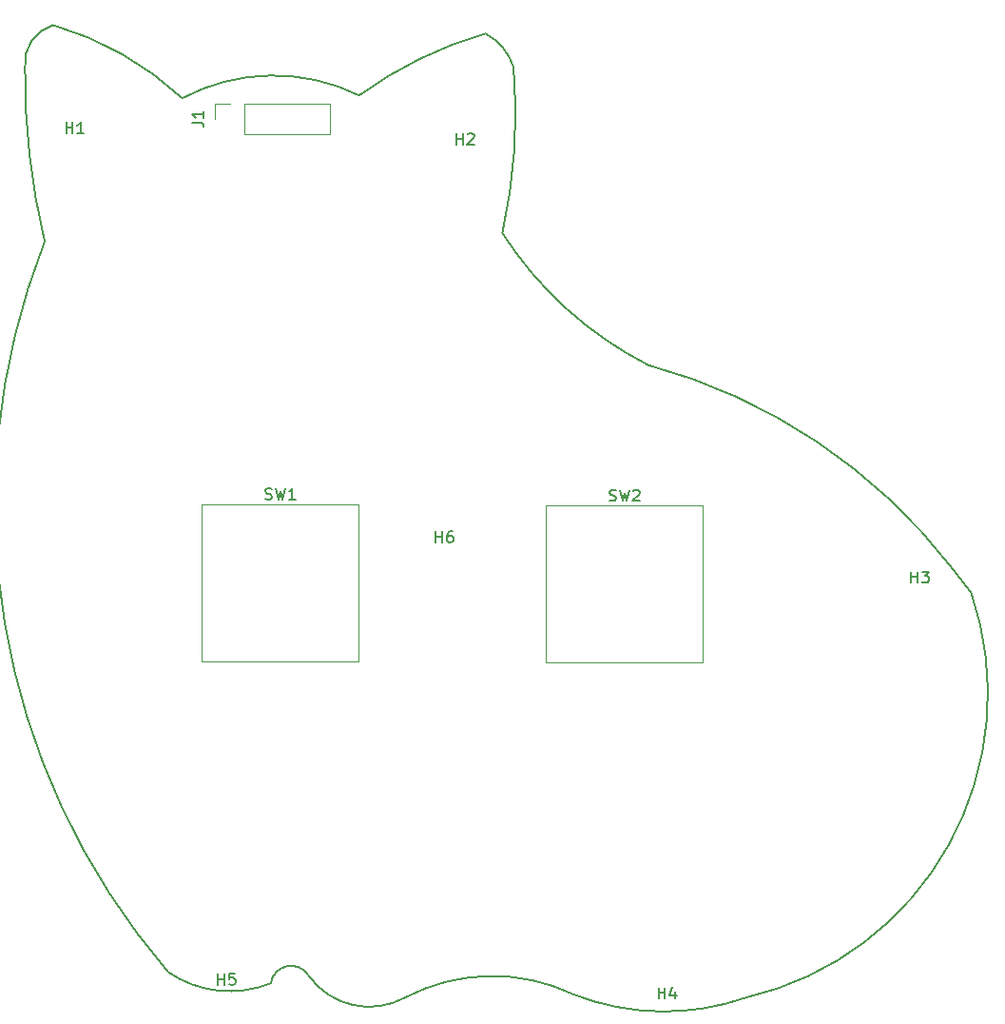
<source format=gbr>
%TF.GenerationSoftware,KiCad,Pcbnew,(6.0.9)*%
%TF.CreationDate,2022-12-26T12:39:24-05:00*%
%TF.ProjectId,Kitty_PCB,4b697474-795f-4504-9342-2e6b69636164,rev?*%
%TF.SameCoordinates,Original*%
%TF.FileFunction,Legend,Top*%
%TF.FilePolarity,Positive*%
%FSLAX46Y46*%
G04 Gerber Fmt 4.6, Leading zero omitted, Abs format (unit mm)*
G04 Created by KiCad (PCBNEW (6.0.9)) date 2022-12-26 12:39:24*
%MOMM*%
%LPD*%
G01*
G04 APERTURE LIST*
%ADD10C,0.200000*%
%ADD11C,0.150000*%
%ADD12C,0.120000*%
G04 APERTURE END LIST*
D10*
X109580020Y-51330069D02*
G75*
G03*
X107080000Y-55080000I975880J-3358931D01*
G01*
X191330000Y-101830000D02*
G75*
G03*
X189580000Y-99580000I-28987400J-20740200D01*
G01*
X171330000Y-137830002D02*
G75*
G03*
X191330000Y-101830000I-6257350J27031862D01*
G01*
X136830000Y-57580000D02*
G75*
G03*
X121080000Y-57830000I-7629960J-15562560D01*
G01*
X189580000Y-99580000D02*
G75*
G03*
X162580000Y-81580000I-40253000J-31129500D01*
G01*
X148080002Y-52080007D02*
G75*
G03*
X136830000Y-57580000I10081898J-34877793D01*
G01*
X132329997Y-135892916D02*
G75*
G03*
X140949205Y-137830000I5393203J3853016D01*
G01*
X121079997Y-57830004D02*
G75*
G03*
X109580000Y-51330000I-19441497J-20973396D01*
G01*
X155949212Y-137579985D02*
G75*
G03*
X140949205Y-137830000I-7251012J-15063615D01*
G01*
X107079993Y-55080000D02*
G75*
G03*
X108830000Y-70580000I63380507J-692900D01*
G01*
X119830010Y-135579985D02*
G75*
G03*
X128949205Y-136580000I5494890J8028985D01*
G01*
X150579981Y-55080006D02*
G75*
G03*
X148080000Y-52080000I-4853981J-1503294D01*
G01*
X149579986Y-69830009D02*
G75*
G03*
X162580000Y-81580000I28238014J18175609D01*
G01*
X149579999Y-69830000D02*
G75*
G03*
X150580000Y-55080000I-47564299J10633600D01*
G01*
X132329970Y-135892932D02*
G75*
G03*
X128949205Y-136580000I-1562870J-970968D01*
G01*
X108829995Y-70579998D02*
G75*
G03*
X119830000Y-135580000I59374635J-23382752D01*
G01*
X155949214Y-137579976D02*
G75*
G03*
X171330000Y-137830000I8028286J20661276D01*
G01*
D11*
%TO.C,H2*%
X145488095Y-61952380D02*
X145488095Y-60952380D01*
X145488095Y-61428571D02*
X146059523Y-61428571D01*
X146059523Y-61952380D02*
X146059523Y-60952380D01*
X146488095Y-61047619D02*
X146535714Y-61000000D01*
X146630952Y-60952380D01*
X146869047Y-60952380D01*
X146964285Y-61000000D01*
X147011904Y-61047619D01*
X147059523Y-61142857D01*
X147059523Y-61238095D01*
X147011904Y-61380952D01*
X146440476Y-61952380D01*
X147059523Y-61952380D01*
%TO.C,SW2*%
X159126666Y-93610761D02*
X159269523Y-93658380D01*
X159507619Y-93658380D01*
X159602857Y-93610761D01*
X159650476Y-93563142D01*
X159698095Y-93467904D01*
X159698095Y-93372666D01*
X159650476Y-93277428D01*
X159602857Y-93229809D01*
X159507619Y-93182190D01*
X159317142Y-93134571D01*
X159221904Y-93086952D01*
X159174285Y-93039333D01*
X159126666Y-92944095D01*
X159126666Y-92848857D01*
X159174285Y-92753619D01*
X159221904Y-92706000D01*
X159317142Y-92658380D01*
X159555238Y-92658380D01*
X159698095Y-92706000D01*
X160031428Y-92658380D02*
X160269523Y-93658380D01*
X160460000Y-92944095D01*
X160650476Y-93658380D01*
X160888571Y-92658380D01*
X161221904Y-92753619D02*
X161269523Y-92706000D01*
X161364761Y-92658380D01*
X161602857Y-92658380D01*
X161698095Y-92706000D01*
X161745714Y-92753619D01*
X161793333Y-92848857D01*
X161793333Y-92944095D01*
X161745714Y-93086952D01*
X161174285Y-93658380D01*
X161793333Y-93658380D01*
%TO.C,H1*%
X110738095Y-60952380D02*
X110738095Y-59952380D01*
X110738095Y-60428571D02*
X111309523Y-60428571D01*
X111309523Y-60952380D02*
X111309523Y-59952380D01*
X112309523Y-60952380D02*
X111738095Y-60952380D01*
X112023809Y-60952380D02*
X112023809Y-59952380D01*
X111928571Y-60095238D01*
X111833333Y-60190476D01*
X111738095Y-60238095D01*
%TO.C,J1*%
X121982380Y-60008333D02*
X122696666Y-60008333D01*
X122839523Y-60055952D01*
X122934761Y-60151190D01*
X122982380Y-60294047D01*
X122982380Y-60389285D01*
X122982380Y-59008333D02*
X122982380Y-59579761D01*
X122982380Y-59294047D02*
X121982380Y-59294047D01*
X122125238Y-59389285D01*
X122220476Y-59484523D01*
X122268095Y-59579761D01*
%TO.C,SW1*%
X128486666Y-93490761D02*
X128629523Y-93538380D01*
X128867619Y-93538380D01*
X128962857Y-93490761D01*
X129010476Y-93443142D01*
X129058095Y-93347904D01*
X129058095Y-93252666D01*
X129010476Y-93157428D01*
X128962857Y-93109809D01*
X128867619Y-93062190D01*
X128677142Y-93014571D01*
X128581904Y-92966952D01*
X128534285Y-92919333D01*
X128486666Y-92824095D01*
X128486666Y-92728857D01*
X128534285Y-92633619D01*
X128581904Y-92586000D01*
X128677142Y-92538380D01*
X128915238Y-92538380D01*
X129058095Y-92586000D01*
X129391428Y-92538380D02*
X129629523Y-93538380D01*
X129820000Y-92824095D01*
X130010476Y-93538380D01*
X130248571Y-92538380D01*
X131153333Y-93538380D02*
X130581904Y-93538380D01*
X130867619Y-93538380D02*
X130867619Y-92538380D01*
X130772380Y-92681238D01*
X130677142Y-92776476D01*
X130581904Y-92824095D01*
%TO.C,H4*%
X163488095Y-137952380D02*
X163488095Y-136952380D01*
X163488095Y-137428571D02*
X164059523Y-137428571D01*
X164059523Y-137952380D02*
X164059523Y-136952380D01*
X164964285Y-137285714D02*
X164964285Y-137952380D01*
X164726190Y-136904761D02*
X164488095Y-137619047D01*
X165107142Y-137619047D01*
%TO.C,H5*%
X124238095Y-136702380D02*
X124238095Y-135702380D01*
X124238095Y-136178571D02*
X124809523Y-136178571D01*
X124809523Y-136702380D02*
X124809523Y-135702380D01*
X125761904Y-135702380D02*
X125285714Y-135702380D01*
X125238095Y-136178571D01*
X125285714Y-136130952D01*
X125380952Y-136083333D01*
X125619047Y-136083333D01*
X125714285Y-136130952D01*
X125761904Y-136178571D01*
X125809523Y-136273809D01*
X125809523Y-136511904D01*
X125761904Y-136607142D01*
X125714285Y-136654761D01*
X125619047Y-136702380D01*
X125380952Y-136702380D01*
X125285714Y-136654761D01*
X125238095Y-136607142D01*
%TO.C,H6*%
X143638095Y-97352380D02*
X143638095Y-96352380D01*
X143638095Y-96828571D02*
X144209523Y-96828571D01*
X144209523Y-97352380D02*
X144209523Y-96352380D01*
X145114285Y-96352380D02*
X144923809Y-96352380D01*
X144828571Y-96400000D01*
X144780952Y-96447619D01*
X144685714Y-96590476D01*
X144638095Y-96780952D01*
X144638095Y-97161904D01*
X144685714Y-97257142D01*
X144733333Y-97304761D01*
X144828571Y-97352380D01*
X145019047Y-97352380D01*
X145114285Y-97304761D01*
X145161904Y-97257142D01*
X145209523Y-97161904D01*
X145209523Y-96923809D01*
X145161904Y-96828571D01*
X145114285Y-96780952D01*
X145019047Y-96733333D01*
X144828571Y-96733333D01*
X144733333Y-96780952D01*
X144685714Y-96828571D01*
X144638095Y-96923809D01*
%TO.C,H3*%
X185988095Y-100952380D02*
X185988095Y-99952380D01*
X185988095Y-100428571D02*
X186559523Y-100428571D01*
X186559523Y-100952380D02*
X186559523Y-99952380D01*
X186940476Y-99952380D02*
X187559523Y-99952380D01*
X187226190Y-100333333D01*
X187369047Y-100333333D01*
X187464285Y-100380952D01*
X187511904Y-100428571D01*
X187559523Y-100523809D01*
X187559523Y-100761904D01*
X187511904Y-100857142D01*
X187464285Y-100904761D01*
X187369047Y-100952380D01*
X187083333Y-100952380D01*
X186988095Y-100904761D01*
X186940476Y-100857142D01*
D12*
%TO.C,SW2*%
X153475000Y-108065000D02*
X153475000Y-94095000D01*
X153475000Y-94095000D02*
X167445000Y-94095000D01*
X167445000Y-108065000D02*
X153475000Y-108065000D01*
X167445000Y-94095000D02*
X167445000Y-108065000D01*
%TO.C,J1*%
X123970000Y-59675000D02*
X123970000Y-58345000D01*
X126570000Y-58345000D02*
X134250000Y-58345000D01*
X123970000Y-58345000D02*
X125300000Y-58345000D01*
X126570000Y-61005000D02*
X134250000Y-61005000D01*
X126570000Y-61005000D02*
X126570000Y-58345000D01*
X134250000Y-61005000D02*
X134250000Y-58345000D01*
%TO.C,SW1*%
X122835000Y-93975000D02*
X136805000Y-93975000D01*
X122835000Y-107945000D02*
X122835000Y-93975000D01*
X136805000Y-93975000D02*
X136805000Y-107945000D01*
X136805000Y-107945000D02*
X122835000Y-107945000D01*
%TD*%
M02*

</source>
